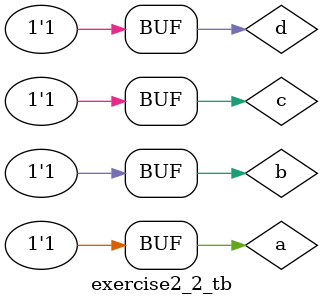
<source format=v>
`timescale 1ns/1ns
`include "exercise2_2.v"

module exercise2_2_tb();
    reg a, b, c, d;
    wire f, g;

    exercise2_2 ex1(a, b, c, d, f, g);
    initial begin
        $dumpfile("exercise2_2_tb.vcd");
        $dumpvars(0, exercise2_2_tb);

        a = 1'b0; b=1'b0; c=1'b0; d=1'b0;
        #20;
        a = 1'b0; b=1'b0; c=1'b0; d=1'b1;
        #20;
        a = 1'b0; b=1'b0; c=1'b1; d=1'b0;
        #20;
        a = 1'b0; b=1'b0; c=1'b1; d=1'b1;
        #20;
        a = 1'b0; b=1'b1; c=1'b0; d=1'b0;
        #20;
        a = 1'b0; b=1'b1; c=1'b0; d=1'b1;
        #20;
        a = 1'b0; b=1'b1; c=1'b1; d=1'b0;
        #20;
        a = 1'b0; b=1'b1; c=1'b1; d=1'b1;
        #20;
        a = 1'b1; b=1'b0; c=1'b0; d=1'b0;
        #20;
        a = 1'b1; b=1'b0; c=1'b0; d=1'b1;
        #20;
        a = 1'b1; b=1'b0; c=1'b1; d=1'b0;
        #20;
        a = 1'b1; b=1'b0; c=1'b1; d=1'b1;
        #20;
        a = 1'b1; b=1'b1; c=1'b0; d=1'b0;
        #20;
        a = 1'b1; b=1'b1; c=1'b0; d=1'b1;
        #20;
        a = 1'b1; b=1'b1; c=1'b1; d=1'b0;
        #20;
        a = 1'b1; b=1'b1; c=1'b1; d=1'b1;
        #20;

        $display("Test complete");
    end
endmodule
</source>
